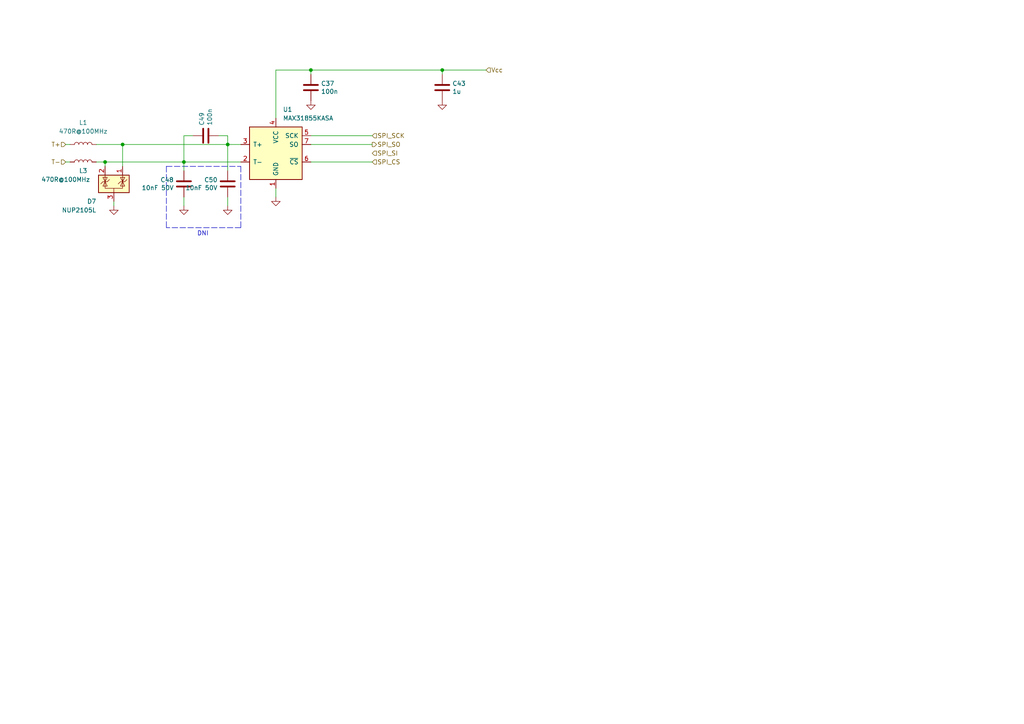
<source format=kicad_sch>
(kicad_sch (version 20211123) (generator eeschema)
  (paper "A4")
  (lib_symbols
    (symbol "Device:C" (pin_numbers hide) (pin_names (offset 0.254))
      (property "Reference" "C" (at 0.635 2.54 0))
      (property "Value" "C" (at 0.635 -2.54 0))
      (symbol "C_0_1"
        (polyline (pts (xy -2.032 -0.762) (xy 2.032 -0.762)) (stroke (width 0.508)))
        (polyline (pts (xy -2.032 0.762) (xy 2.032 0.762)) (stroke (width 0.508)))
      )
      (symbol "C_1_1"
        (pin passive line (at 0 3.81 270) (length 2.794) (name "~") (number "1"))
        (pin passive line (at 0 -3.81 90) (length 2.794) (name "~") (number "2"))
      )
    )
    (symbol "Device:L" (pin_numbers hide) (pin_names (offset 1.016) hide)
      (property "Reference" "L" (at -1.27 0 90))
      (property "Value" "L" (at 1.905 0 90))
      (symbol "L_0_1"
        (arc (start 0 -2.54) (mid 0.635 -1.905) (end 0 -1.27))
        (arc (start 0 -1.27) (mid 0.635 -0.635) (end 0 0))
        (arc (start 0 0) (mid 0.635 0.635) (end 0 1.27))
        (arc (start 0 1.27) (mid 0.635 1.905) (end 0 2.54))
      )
      (symbol "L_1_1"
        (pin passive line (at 0 3.81 270) (length 1.27) (name "1") (number "1"))
        (pin passive line (at 0 -3.81 90) (length 1.27) (name "2") (number "2"))
      )
    )
    (symbol "GND_3" (power) (pin_numbers hide) (pin_names (offset 0) hide)
      (property "Value" "GND_3" (at 0 -3.81 0))
      (symbol "GND_3_0_1"
        (polyline (pts (xy 0 0) (xy 0 -1.27) (xy 1.27 -1.27) (xy 0 -2.54) (xy -1.27 -1.27) (xy 0 -1.27)))
      )
      (symbol "GND_3_1_1"
        (pin power_in line (at 0 0 270) (length 0) hide (name "GND") (number "1"))
      )
    )
    (symbol "GND_4" (power) (pin_numbers hide) (pin_names (offset 0) hide)
      (property "Value" "GND_4" (at 0 -3.81 0))
      (symbol "GND_4_0_1"
        (polyline (pts (xy 0 0) (xy 0 -1.27) (xy 1.27 -1.27) (xy 0 -2.54) (xy -1.27 -1.27) (xy 0 -1.27)))
      )
      (symbol "GND_4_1_1"
        (pin power_in line (at 0 0 270) (length 0) hide (name "GND") (number "1"))
      )
    )
    (symbol "GND_5" (power) (pin_numbers hide) (pin_names (offset 0) hide)
      (property "Value" "GND_5" (at 0 -3.81 0))
      (symbol "GND_5_0_1"
        (polyline (pts (xy 0 0) (xy 0 -1.27) (xy 1.27 -1.27) (xy 0 -2.54) (xy -1.27 -1.27) (xy 0 -1.27)))
      )
      (symbol "GND_5_1_1"
        (pin power_in line (at 0 0 270) (length 0) hide (name "GND") (number "1"))
      )
    )
    (symbol "GND_6" (power) (pin_numbers hide) (pin_names (offset 0) hide)
      (property "Value" "GND_6" (at 0 -3.81 0))
      (symbol "GND_6_0_1"
        (polyline (pts (xy 0 0) (xy 0 -1.27) (xy 1.27 -1.27) (xy 0 -2.54) (xy -1.27 -1.27) (xy 0 -1.27)))
      )
      (symbol "GND_6_1_1"
        (pin power_in line (at 0 0 270) (length 0) hide (name "GND") (number "1"))
      )
    )
    (symbol "GND_7" (power) (pin_numbers hide) (pin_names (offset 0) hide)
      (property "Value" "GND_7" (at 0 -3.81 0))
      (symbol "GND_7_0_1"
        (polyline (pts (xy 0 0) (xy 0 -1.27) (xy 1.27 -1.27) (xy 0 -2.54) (xy -1.27 -1.27) (xy 0 -1.27)))
      )
      (symbol "GND_7_1_1"
        (pin power_in line (at 0 0 270) (length 0) hide (name "GND") (number "1"))
      )
    )
    (symbol "Power_Protection:NUP2105L" (pin_names hide)
      (property "Reference" "D" (at 5.715 2.54 0))
      (property "Value" "NUP2105L" (at 5.715 0.635 0))
      (symbol "NUP2105L_0_0"
        (pin passive line (at 0 -5.08 90) (length 2.54) (name "A") (number "3"))
      )
      (symbol "NUP2105L_0_1"
        (rectangle (start -4.445 2.54) (end 4.445 -2.54) (stroke (width 0.254)) (fill (type background)))
        (polyline (pts (xy -2.54 2.54) (xy -2.54 0.635)))
        (polyline (pts (xy 0 -1.27) (xy 0 -2.54)))
        (polyline (pts (xy 2.54 2.54) (xy 2.54 0.635)))
        (polyline (pts (xy -3.81 1.27) (xy -3.175 0.635) (xy -1.905 0.635) (xy -1.27 0)))
        (polyline (pts (xy -2.54 0.635) (xy -2.54 -1.27) (xy 2.54 -1.27) (xy 2.54 0.635)))
        (polyline (pts (xy -2.54 0.635) (xy -1.905 -0.635) (xy -3.175 -0.635) (xy -2.54 0.635)))
        (polyline (pts (xy 2.54 0.635) (xy 1.905 -0.635) (xy 3.175 -0.635) (xy 2.54 0.635)))
        (polyline (pts (xy 2.54 0.635) (xy 3.175 1.905) (xy 1.905 1.905) (xy 2.54 0.635)))
        (polyline (pts (xy -2.54 0.635) (xy -3.175 1.905) (xy -1.905 1.905) (xy -2.54 0.635) (xy -2.54 1.27)))
        (polyline (pts (xy 1.27 1.27) (xy 1.905 0.635) (xy 2.54 0.635) (xy 3.175 0.635) (xy 3.81 0)))
      )
      (symbol "NUP2105L_1_1"
        (pin passive line (at -2.54 5.08 270) (length 2.54) (name "K") (number "1"))
        (pin passive line (at 2.54 5.08 270) (length 2.54) (name "K") (number "2"))
      )
    )
    (symbol "Sensor_Temperature:MAX31855KASA" (pin_names (offset 1.016))
      (property "Reference" "U" (at -7.62 8.89 0))
      (property "Value" "MAX31855KASA" (at 1.27 8.89 0))
      (symbol "MAX31855KASA_0_1"
        (rectangle (start -7.62 7.62) (end 7.62 -7.62) (stroke (width 0.254)) (fill (type background)))
      )
      (symbol "MAX31855KASA_1_1"
        (pin power_in line (at 0 -10.16 90) (length 2.54) (name "GND") (number "1"))
        (pin passive line (at -10.16 -2.54 0) (length 2.54) (name "T-") (number "2"))
        (pin passive line (at -10.16 2.54 0) (length 2.54) (name "T+") (number "3"))
        (pin power_in line (at 0 10.16 270) (length 2.54) (name "VCC") (number "4"))
        (pin input line (at 10.16 5.08 180) (length 2.54) (name "SCK") (number "5"))
        (pin input line (at 10.16 -2.54 180) (length 2.54) (name "~{CS}") (number "6"))
        (pin tri_state line (at 10.16 2.54 180) (length 2.54) (name "SO") (number "7"))
      )
    )
    (symbol "power:GND" (power) (pin_numbers hide) (pin_names (offset 0) hide)
      (property "Value" "GND" (at 0 -3.81 0))
      (symbol "GND_0_1"
        (polyline (pts (xy 0 0) (xy 0 -1.27) (xy 1.27 -1.27) (xy 0 -2.54) (xy -1.27 -1.27) (xy 0 -1.27)))
      )
      (symbol "GND_1_1"
        (pin power_in line (at 0 0 270) (length 0) hide (name "GND") (number "1"))
      )
    )
  )
  (junction (at 90.17 20.32))
  (junction (at 30.48 46.99))
  (junction (at 66.04 41.91))
  (junction (at 35.56 41.91))
  (junction (at 128.27 20.32))
  (junction (at 53.34 46.99))
  (wire (pts (xy 80.01 34.29) (xy 80.01 20.32)))
  (wire (pts (xy 33.02 59.69) (xy 33.02 58.42)))
  (wire (pts (xy 80.01 20.32) (xy 90.17 20.32)))
  (wire (pts (xy 35.56 41.91) (xy 35.56 48.26)))
  (wire (pts (xy 128.27 20.32) (xy 128.27 21.59)))
  (wire (pts (xy 66.04 41.91) (xy 66.04 49.53)))
  (wire (pts (xy 27.94 41.91) (xy 35.56 41.91)))
  (polyline (pts (xy 48.26 48.26) (xy 48.26 66.04)))
  (wire (pts (xy 30.48 46.99) (xy 53.34 46.99)))
  (wire (pts (xy 90.17 20.32) (xy 90.17 21.59)))
  (wire (pts (xy 53.34 57.15) (xy 53.34 59.69)))
  (wire (pts (xy 90.17 41.91) (xy 107.95 41.91)))
  (wire (pts (xy 66.04 41.91) (xy 69.85 41.91)))
  (wire (pts (xy 128.27 20.32) (xy 140.97 20.32)))
  (wire (pts (xy 35.56 41.91) (xy 66.04 41.91)))
  (polyline (pts (xy 69.85 48.26) (xy 69.85 66.04)))
  (wire (pts (xy 80.01 54.61) (xy 80.01 57.15)))
  (wire (pts (xy 66.04 39.37) (xy 66.04 41.91)))
  (polyline (pts (xy 48.26 48.26) (xy 69.85 48.26)))
  (wire (pts (xy 66.04 57.15) (xy 66.04 59.69)))
  (wire (pts (xy 90.17 46.99) (xy 107.95 46.99)))
  (wire (pts (xy 55.88 39.37) (xy 53.34 39.37)))
  (wire (pts (xy 53.34 46.99) (xy 53.34 49.53)))
  (wire (pts (xy 30.48 46.99) (xy 30.48 48.26)))
  (wire (pts (xy 27.94 46.99) (xy 30.48 46.99)))
  (wire (pts (xy 19.05 41.91) (xy 20.32 41.91)))
  (wire (pts (xy 63.5 39.37) (xy 66.04 39.37)))
  (wire (pts (xy 53.34 46.99) (xy 69.85 46.99)))
  (wire (pts (xy 90.17 20.32) (xy 128.27 20.32)))
  (wire (pts (xy 19.05 46.99) (xy 20.32 46.99)))
  (polyline (pts (xy 69.85 66.04) (xy 48.26 66.04)))
  (wire (pts (xy 90.17 39.37) (xy 107.95 39.37)))
  (wire (pts (xy 53.34 39.37) (xy 53.34 46.99)))
  (text "DNI" (at 57.15 68.58 0) (effects (font (size 1.27 1.27)) (justify left bottom)))
  (hierarchical_label "Vcc" (shape input) (at 140.97 20.32 0))
  (hierarchical_label "SPI_SO" (shape output) (at 107.95 41.91 0))
  (hierarchical_label "SPI_SCK" (shape input) (at 107.95 39.37 0))
  (hierarchical_label "SPI_CS" (shape input) (at 107.95 46.99 0))
  (hierarchical_label "T+" (shape input) (at 19.05 41.91 180))
  (hierarchical_label "SPI_SI" (shape input) (at 107.95 44.45 0))
  (hierarchical_label "T-" (shape input) (at 19.05 46.99 180))
  (symbol (lib_id "Device:C") (at 66.04 53.34 0) (mirror y) (unit 1) (in_bom no)
    (property "Reference" "C50" (at 63.119 52.1716 0) (effects (justify left)))
    (property "Value" "10nF 50V" (at 63.119 54.483 0) (effects (justify left)))
    (property "Footprint" "Capacitor_SMD:C_0402_1005Metric" (effects hide))
    (property "LCSC" "C1524" (effects hide))
  )
  (symbol (lib_id "Power_Protection:NUP2105L") (at 33.02 53.34 0) (mirror y) (unit 1)
    (property "Reference" "D7" (at 27.94 58.42 0) (effects (justify left)))
    (property "Value" "NUP2105L" (at 27.94 60.96 0) (effects (justify left)))
    (property "Footprint" "Package_TO_SOT_SMD:SOT-23" (effects hide))
    (property "Datasheet" "http://www.onsemi.com/pub_link/Collateral/NUP2105L-D.PDF" (effects hide))
    (property "LCSC" "C284104" (effects hide))
  )
  (symbol (lib_id "Sensor_Temperature:MAX31855KASA") (at 80.01 44.45 0) (unit 1)
    (property "Reference" "U1" (at 82.0294 31.75 0) (effects (justify left)))
    (property "Value" "MAX31855KASA" (at 82.0294 34.29 0) (effects (justify left)))
    (property "Footprint" "Package_SO:SOIC-8_3.9x4.9mm_P1.27mm" (effects hide))
    (property "Datasheet" "http://datasheets.maximintegrated.com/en/ds/MAX31855.pdf" (effects hide))
  )
  (symbol (lib_id "Device:L") (at 24.13 41.91 90) (unit 1)
    (property "Reference" "L1" (at 24.13 35.56 90))
    (property "Value" "470R@100MHz" (at 24.13 38.1 90))
    (property "Footprint" "Inductor_SMD:L_0603_1608Metric" (effects hide))
    (property "LCSC" "C97853" (effects hide))
  )
  (symbol (lib_name "GND_4") (lib_id "power:GND") (at 90.17 29.21 0) (unit 1)
    (property "Reference" "#PWR0150" (effects hide))
    (property "Value" "GND" (effects hide))
  )
  (symbol (lib_id "Device:L") (at 24.13 46.99 90) (unit 1)
    (property "Reference" "L3" (at 24.13 49.53 90))
    (property "Value" "470R@100MHz" (at 19.05 52.07 90))
    (property "Footprint" "Inductor_SMD:L_0603_1608Metric" (effects hide))
    (property "LCSC" "C97853" (effects hide))
  )
  (symbol (lib_name "GND_3") (lib_id "power:GND") (at 128.27 29.21 0) (unit 1)
    (property "Reference" "#PWR0149" (effects hide))
    (property "Value" "GND" (effects hide))
  )
  (symbol (lib_name "GND_5") (lib_id "power:GND") (at 53.34 59.69 0) (unit 1)
    (property "Reference" "#PWR0156" (effects hide))
    (property "Value" "GND" (effects hide))
  )
  (symbol (lib_name "GND_6") (lib_id "power:GND") (at 66.04 59.69 0) (unit 1)
    (property "Reference" "#PWR0157" (effects hide))
    (property "Value" "GND" (effects hide))
  )
  (symbol (lib_name "GND_7") (lib_id "power:GND") (at 80.01 57.15 0) (unit 1)
    (property "Reference" "#PWR0148" (effects hide))
    (property "Value" "GND" (effects hide))
  )
  (symbol (lib_id "Device:C") (at 59.69 39.37 90) (unit 1)
    (property "Reference" "C49" (at 58.5216 36.449 0) (effects (justify left)))
    (property "Value" "100n" (at 60.833 36.449 0) (effects (justify left)))
    (property "Footprint" "Capacitor_SMD:C_0402_1005Metric" (effects hide))
    (property "LCSC" "C1525" (effects hide))
  )
  (symbol (lib_id "Device:C") (at 53.34 53.34 0) (mirror y) (unit 1) (in_bom no)
    (property "Reference" "C48" (at 50.419 52.1716 0) (effects (justify left)))
    (property "Value" "10nF 50V" (at 50.419 54.483 0) (effects (justify left)))
    (property "Footprint" "Capacitor_SMD:C_0402_1005Metric" (effects hide))
    (property "LCSC" "C1524" (effects hide))
  )
  (symbol (lib_id "Device:C") (at 128.27 25.4 0) (unit 1)
    (property "Reference" "C43" (at 131.191 24.2316 0) (effects (justify left)))
    (property "Value" "1u" (at 131.191 26.543 0) (effects (justify left)))
    (property "Footprint" "Capacitor_SMD:C_0402_1005Metric" (effects hide))
    (property "LCSC" "C52923" (effects hide))
  )
  (symbol (lib_id "power:GND") (at 33.02 59.69 0) (unit 1)
    (property "Reference" "#PWR0154" (effects hide))
    (property "Value" "GND" (effects hide))
  )
  (symbol (lib_id "Device:C") (at 90.17 25.4 0) (unit 1)
    (property "Reference" "C37" (at 93.091 24.2316 0) (effects (justify left)))
    (property "Value" "100n" (at 93.091 26.543 0) (effects (justify left)))
    (property "Footprint" "Capacitor_SMD:C_0402_1005Metric" (effects hide))
    (property "LCSC" "C1525" (effects hide))
  )
)
</source>
